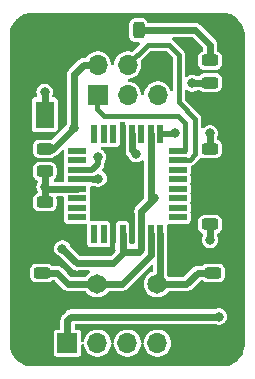
<source format=gbr>
G04 #@! TF.GenerationSoftware,KiCad,Pcbnew,7.0.6*
G04 #@! TF.CreationDate,2023-11-12T09:34:07+05:30*
G04 #@! TF.ProjectId,AVR-Miner,4156522d-4d69-46e6-9572-2e6b69636164,rev?*
G04 #@! TF.SameCoordinates,Original*
G04 #@! TF.FileFunction,Copper,L1,Top*
G04 #@! TF.FilePolarity,Positive*
%FSLAX46Y46*%
G04 Gerber Fmt 4.6, Leading zero omitted, Abs format (unit mm)*
G04 Created by KiCad (PCBNEW 7.0.6) date 2023-11-12 09:34:07*
%MOMM*%
%LPD*%
G01*
G04 APERTURE LIST*
G04 Aperture macros list*
%AMRoundRect*
0 Rectangle with rounded corners*
0 $1 Rounding radius*
0 $2 $3 $4 $5 $6 $7 $8 $9 X,Y pos of 4 corners*
0 Add a 4 corners polygon primitive as box body*
4,1,4,$2,$3,$4,$5,$6,$7,$8,$9,$2,$3,0*
0 Add four circle primitives for the rounded corners*
1,1,$1+$1,$2,$3*
1,1,$1+$1,$4,$5*
1,1,$1+$1,$6,$7*
1,1,$1+$1,$8,$9*
0 Add four rect primitives between the rounded corners*
20,1,$1+$1,$2,$3,$4,$5,0*
20,1,$1+$1,$4,$5,$6,$7,0*
20,1,$1+$1,$6,$7,$8,$9,0*
20,1,$1+$1,$8,$9,$2,$3,0*%
G04 Aperture macros list end*
G04 #@! TA.AperFunction,SMDPad,CuDef*
%ADD10RoundRect,0.243750X-0.456250X0.243750X-0.456250X-0.243750X0.456250X-0.243750X0.456250X0.243750X0*%
G04 #@! TD*
G04 #@! TA.AperFunction,SMDPad,CuDef*
%ADD11RoundRect,0.243750X0.456250X-0.243750X0.456250X0.243750X-0.456250X0.243750X-0.456250X-0.243750X0*%
G04 #@! TD*
G04 #@! TA.AperFunction,SMDPad,CuDef*
%ADD12RoundRect,0.243750X-0.243750X-0.456250X0.243750X-0.456250X0.243750X0.456250X-0.243750X0.456250X0*%
G04 #@! TD*
G04 #@! TA.AperFunction,ComponentPad*
%ADD13R,1.700000X1.700000*%
G04 #@! TD*
G04 #@! TA.AperFunction,ComponentPad*
%ADD14O,1.700000X1.700000*%
G04 #@! TD*
G04 #@! TA.AperFunction,SMDPad,CuDef*
%ADD15R,1.597660X2.298700*%
G04 #@! TD*
G04 #@! TA.AperFunction,SMDPad,CuDef*
%ADD16R,0.550000X1.600000*%
G04 #@! TD*
G04 #@! TA.AperFunction,SMDPad,CuDef*
%ADD17R,1.600000X0.550000*%
G04 #@! TD*
G04 #@! TA.AperFunction,ComponentPad*
%ADD18C,1.651000*%
G04 #@! TD*
G04 #@! TA.AperFunction,ViaPad*
%ADD19C,0.800000*%
G04 #@! TD*
G04 #@! TA.AperFunction,Conductor*
%ADD20C,0.600000*%
G04 #@! TD*
G04 #@! TA.AperFunction,Conductor*
%ADD21C,0.500000*%
G04 #@! TD*
G04 #@! TA.AperFunction,Conductor*
%ADD22C,0.400000*%
G04 #@! TD*
G04 APERTURE END LIST*
D10*
G04 #@! TO.P,C4,1*
G04 #@! TO.N,XTAL2*
X152250000Y-94062500D03*
G04 #@! TO.P,C4,2*
G04 #@! TO.N,GND*
X152250000Y-95937500D03*
G04 #@! TD*
D11*
G04 #@! TO.P,C1,1*
G04 #@! TO.N,GND*
X152000000Y-85437500D03*
G04 #@! TO.P,C1,2*
G04 #@! TO.N,Net-(C1-Pad2)*
X152000000Y-83562500D03*
G04 #@! TD*
G04 #@! TO.P,C3,1*
G04 #@! TO.N,GND*
X137750000Y-95937500D03*
G04 #@! TO.P,C3,2*
G04 #@! TO.N,XTAL1*
X137750000Y-94062500D03*
G04 #@! TD*
D10*
G04 #@! TO.P,C5,1*
G04 #@! TO.N,GND*
X152000000Y-88062500D03*
G04 #@! TO.P,C5,2*
G04 #@! TO.N,+5V*
X152000000Y-89937500D03*
G04 #@! TD*
D12*
G04 #@! TO.P,D1,1*
G04 #@! TO.N,GND*
X144072500Y-73500000D03*
G04 #@! TO.P,D1,2*
G04 #@! TO.N,Net-(D1-Pad2)*
X145947500Y-73500000D03*
G04 #@! TD*
D13*
G04 #@! TO.P,J2,1*
G04 #@! TO.N,MISO*
X142475000Y-79000000D03*
D14*
G04 #@! TO.P,J2,2*
G04 #@! TO.N,+5V*
X142475000Y-76460000D03*
G04 #@! TO.P,J2,3*
G04 #@! TO.N,LED*
X145015000Y-79000000D03*
G04 #@! TO.P,J2,4*
G04 #@! TO.N,MOSI*
X145015000Y-76460000D03*
G04 #@! TO.P,J2,5*
G04 #@! TO.N,RESET*
X147555000Y-79000000D03*
G04 #@! TO.P,J2,6*
G04 #@! TO.N,GND*
X147555000Y-76460000D03*
G04 #@! TD*
D11*
G04 #@! TO.P,R2,1*
G04 #@! TO.N,ON_BOARD_LED*
X152000000Y-77937500D03*
G04 #@! TO.P,R2,2*
G04 #@! TO.N,Net-(D1-Pad2)*
X152000000Y-76062500D03*
G04 #@! TD*
D15*
G04 #@! TO.P,SW1,1*
G04 #@! TO.N,RESET*
X138000000Y-80649600D03*
G04 #@! TO.P,SW1,2*
G04 #@! TO.N,GND*
X138000000Y-74350400D03*
G04 #@! TD*
D16*
G04 #@! TO.P,U1,1*
G04 #@! TO.N,Net-(U1-Pad1)*
X142190000Y-90780000D03*
G04 #@! TO.P,U1,2*
G04 #@! TO.N,Net-(U1-Pad2)*
X142990000Y-90780000D03*
G04 #@! TO.P,U1,3*
G04 #@! TO.N,GND*
X143790000Y-90780000D03*
G04 #@! TO.P,U1,4*
G04 #@! TO.N,+5V*
X144590000Y-90780000D03*
G04 #@! TO.P,U1,5*
G04 #@! TO.N,GND*
X145390000Y-90780000D03*
G04 #@! TO.P,U1,6*
G04 #@! TO.N,+5V*
X146190000Y-90780000D03*
G04 #@! TO.P,U1,7*
G04 #@! TO.N,XTAL1*
X146990000Y-90780000D03*
G04 #@! TO.P,U1,8*
G04 #@! TO.N,XTAL2*
X147790000Y-90780000D03*
D17*
G04 #@! TO.P,U1,9*
G04 #@! TO.N,Net-(U1-Pad9)*
X149240000Y-89330000D03*
G04 #@! TO.P,U1,10*
G04 #@! TO.N,Net-(U1-Pad10)*
X149240000Y-88530000D03*
G04 #@! TO.P,U1,11*
G04 #@! TO.N,Net-(U1-Pad11)*
X149240000Y-87730000D03*
G04 #@! TO.P,U1,12*
G04 #@! TO.N,Net-(U1-Pad12)*
X149240000Y-86930000D03*
G04 #@! TO.P,U1,13*
G04 #@! TO.N,Net-(U1-Pad13)*
X149240000Y-86130000D03*
G04 #@! TO.P,U1,14*
G04 #@! TO.N,Net-(U1-Pad14)*
X149240000Y-85330000D03*
G04 #@! TO.P,U1,15*
G04 #@! TO.N,MOSI*
X149240000Y-84530000D03*
G04 #@! TO.P,U1,16*
G04 #@! TO.N,MISO*
X149240000Y-83730000D03*
D16*
G04 #@! TO.P,U1,17*
G04 #@! TO.N,LED*
X147790000Y-82280000D03*
G04 #@! TO.P,U1,18*
G04 #@! TO.N,+5V*
X146990000Y-82280000D03*
G04 #@! TO.P,U1,19*
G04 #@! TO.N,Net-(U1-Pad19)*
X146190000Y-82280000D03*
G04 #@! TO.P,U1,20*
G04 #@! TO.N,Net-(C1-Pad2)*
X145390000Y-82280000D03*
G04 #@! TO.P,U1,21*
G04 #@! TO.N,GND*
X144590000Y-82280000D03*
G04 #@! TO.P,U1,22*
G04 #@! TO.N,Net-(U1-Pad22)*
X143790000Y-82280000D03*
G04 #@! TO.P,U1,23*
G04 #@! TO.N,Net-(U1-Pad23)*
X142990000Y-82280000D03*
G04 #@! TO.P,U1,24*
G04 #@! TO.N,Net-(U1-Pad24)*
X142190000Y-82280000D03*
D17*
G04 #@! TO.P,U1,25*
G04 #@! TO.N,Net-(U1-Pad25)*
X140740000Y-83730000D03*
G04 #@! TO.P,U1,26*
G04 #@! TO.N,Net-(U1-Pad26)*
X140740000Y-84530000D03*
G04 #@! TO.P,U1,27*
G04 #@! TO.N,SDA*
X140740000Y-85330000D03*
G04 #@! TO.P,U1,28*
G04 #@! TO.N,SCL*
X140740000Y-86130000D03*
G04 #@! TO.P,U1,29*
G04 #@! TO.N,RESET*
X140740000Y-86930000D03*
G04 #@! TO.P,U1,30*
G04 #@! TO.N,Net-(U1-Pad30)*
X140740000Y-87730000D03*
G04 #@! TO.P,U1,31*
G04 #@! TO.N,Net-(U1-Pad31)*
X140740000Y-88530000D03*
G04 #@! TO.P,U1,32*
G04 #@! TO.N,Net-(U1-Pad32)*
X140740000Y-89330000D03*
G04 #@! TD*
D18*
G04 #@! TO.P,Y1,1*
G04 #@! TO.N,XTAL1*
X142450000Y-95000000D03*
G04 #@! TO.P,Y1,2*
G04 #@! TO.N,XTAL2*
X147530000Y-95000000D03*
G04 #@! TD*
D10*
G04 #@! TO.P,R1,1*
G04 #@! TO.N,+5V*
X138000000Y-83562500D03*
G04 #@! TO.P,R1,2*
G04 #@! TO.N,RESET*
X138000000Y-85437500D03*
G04 #@! TD*
D11*
G04 #@! TO.P,C2,1*
G04 #@! TO.N,GND*
X138000000Y-89937500D03*
G04 #@! TO.P,C2,2*
G04 #@! TO.N,RESET*
X138000000Y-88062500D03*
G04 #@! TD*
D13*
G04 #@! TO.P,J1,1*
G04 #@! TO.N,EXT_LED*
X139925000Y-100000000D03*
D14*
G04 #@! TO.P,J1,2*
G04 #@! TO.N,+5V*
X142465000Y-100000000D03*
G04 #@! TO.P,J1,3*
G04 #@! TO.N,SDA*
X145005000Y-100000000D03*
G04 #@! TO.P,J1,4*
G04 #@! TO.N,SCL*
X147545000Y-100000000D03*
G04 #@! TO.P,J1,5*
G04 #@! TO.N,GND*
X150085000Y-100000000D03*
G04 #@! TD*
D19*
G04 #@! TO.N,Net-(C1-Pad2)*
X152000000Y-82250000D03*
X145750000Y-84000000D03*
G04 #@! TO.N,GND*
X142800000Y-88400000D03*
X144000000Y-84000000D03*
G04 #@! TO.N,RESET*
X138000000Y-78750000D03*
X138000000Y-86750000D03*
G04 #@! TO.N,+5V*
X147250000Y-87750000D03*
X152000000Y-91250000D03*
X140500000Y-81750000D03*
X139500000Y-92000000D03*
G04 #@! TO.N,SCL*
X142549406Y-86071961D03*
G04 #@! TO.N,SDA*
X142500000Y-84250000D03*
G04 #@! TO.N,LED*
X149000000Y-82250000D03*
G04 #@! TO.N,EXT_LED*
X152750000Y-97750000D03*
G04 #@! TO.N,ON_BOARD_LED*
X150500000Y-78000000D03*
G04 #@! TD*
D20*
G04 #@! TO.N,Net-(C1-Pad2)*
X152000000Y-83500000D02*
X152000000Y-82250000D01*
X145390000Y-83640000D02*
X145390000Y-82280000D01*
X145750000Y-84000000D02*
X145390000Y-83640000D01*
D21*
G04 #@! TO.N,GND*
X144590000Y-82280000D02*
X144590000Y-83910000D01*
X143790000Y-90780000D02*
X143790000Y-89040000D01*
X145390000Y-90780000D02*
X145390000Y-89110000D01*
D20*
X144000000Y-84000000D02*
X144500000Y-84000000D01*
D21*
X144590000Y-83910000D02*
X144500000Y-84000000D01*
D20*
G04 #@! TO.N,RESET*
X138000000Y-80649600D02*
X138000000Y-78750000D01*
X138180000Y-86930000D02*
X138000000Y-86750000D01*
X138000000Y-88062500D02*
X138000000Y-86750000D01*
X138000000Y-86000000D02*
X138000000Y-85437500D01*
X138000000Y-86000000D02*
X138000000Y-86750000D01*
X140740000Y-86930000D02*
X138180000Y-86930000D01*
G04 #@! TO.N,XTAL1*
X144500000Y-95000000D02*
X142450000Y-95000000D01*
X140000000Y-95000000D02*
X139062500Y-94062500D01*
X146990000Y-92510000D02*
X144500000Y-95000000D01*
X139062500Y-94062500D02*
X137500000Y-94062500D01*
X142450000Y-95000000D02*
X140000000Y-95000000D01*
X146990000Y-90780000D02*
X146990000Y-92510000D01*
G04 #@! TO.N,XTAL2*
X150937500Y-94062500D02*
X152500000Y-94062500D01*
X147530000Y-95000000D02*
X150000000Y-95000000D01*
X147530000Y-95000000D02*
X147790000Y-94740000D01*
X150000000Y-95000000D02*
X150937500Y-94062500D01*
X147790000Y-94740000D02*
X147790000Y-90780000D01*
G04 #@! TO.N,+5V*
X138687500Y-83562500D02*
X138000000Y-83562500D01*
X142465000Y-76460000D02*
X141290000Y-76460000D01*
X143810674Y-93250000D02*
X142000000Y-93250000D01*
X146990000Y-87010000D02*
X146990000Y-87490000D01*
X141500000Y-93250000D02*
X140750000Y-93250000D01*
X146190000Y-88810000D02*
X146875000Y-88125000D01*
X146990000Y-88010000D02*
X146875000Y-88125000D01*
X144590000Y-92090000D02*
X144590000Y-90780000D01*
X146990000Y-87010000D02*
X146990000Y-88010000D01*
X152000000Y-91250000D02*
X152000000Y-89937500D01*
X140500000Y-81750000D02*
X138687500Y-83562500D01*
X146875000Y-88125000D02*
X147250000Y-87750000D01*
X146190000Y-92060000D02*
X146000000Y-92250000D01*
X141290000Y-76460000D02*
X140500000Y-77250000D01*
X139500000Y-92000000D02*
X140750000Y-93250000D01*
X146000000Y-92250000D02*
X144750000Y-92250000D01*
X146990000Y-87490000D02*
X147250000Y-87750000D01*
X140500000Y-77250000D02*
X140500000Y-81750000D01*
X142000000Y-93250000D02*
X141500000Y-93250000D01*
X146990000Y-82280000D02*
X146990000Y-87010000D01*
X146190000Y-90780000D02*
X146190000Y-88810000D01*
X144750000Y-92250000D02*
X144590000Y-92090000D01*
X144750000Y-92310674D02*
X143810674Y-93250000D01*
X146190000Y-90780000D02*
X146190000Y-92060000D01*
X144750000Y-92250000D02*
X144750000Y-92310674D01*
G04 #@! TO.N,Net-(D1-Pad2)*
X152000000Y-74750000D02*
X152000000Y-76062500D01*
X145947500Y-73500000D02*
X150750000Y-73500000D01*
X150750000Y-73500000D02*
X152000000Y-74750000D01*
D21*
G04 #@! TO.N,SCL*
X140740000Y-86130000D02*
X142120000Y-86130000D01*
D20*
X142491367Y-86130000D02*
X142549406Y-86071961D01*
X142120000Y-86130000D02*
X142491367Y-86130000D01*
D21*
G04 #@! TO.N,SDA*
X142500000Y-84870000D02*
X142500000Y-84250000D01*
X140740000Y-85330000D02*
X142040000Y-85330000D01*
X142040000Y-85330000D02*
X142500000Y-84870000D01*
D22*
G04 #@! TO.N,MOSI*
X150750000Y-84015002D02*
X150750000Y-81000000D01*
X149310000Y-84500000D02*
X150265002Y-84500000D01*
X148500000Y-74750000D02*
X146715000Y-74750000D01*
X149240000Y-84530000D02*
X149280000Y-84530000D01*
X149280000Y-84530000D02*
X149310000Y-84500000D01*
X150265002Y-84500000D02*
X150750000Y-84015002D01*
X149375000Y-79625000D02*
X149375000Y-75625000D01*
X149375000Y-75625000D02*
X148500000Y-74750000D01*
X150750000Y-81000000D02*
X149375000Y-79625000D01*
X146715000Y-74750000D02*
X145005000Y-76460000D01*
D21*
G04 #@! TO.N,LED*
X148970000Y-82280000D02*
X149000000Y-82250000D01*
X147790000Y-82280000D02*
X148970000Y-82280000D01*
D22*
G04 #@! TO.N,MISO*
X143015000Y-80750000D02*
X149000000Y-80750000D01*
X149240000Y-83730000D02*
X149770000Y-83730000D01*
X142465000Y-80215000D02*
X142465000Y-79000000D01*
X149850001Y-83649999D02*
X149850001Y-81350001D01*
X143015000Y-80750000D02*
X143000000Y-80750000D01*
X149850001Y-81350001D02*
X149250000Y-80750000D01*
X149770000Y-83730000D02*
X149850001Y-83649999D01*
X149250000Y-80750000D02*
X143015000Y-80750000D01*
X143000000Y-80750000D02*
X142465000Y-80215000D01*
D20*
G04 #@! TO.N,EXT_LED*
X139925000Y-100000000D02*
X139925000Y-98075000D01*
X140250000Y-97750000D02*
X152750000Y-97750000D01*
X139925000Y-98075000D02*
X140250000Y-97750000D01*
G04 #@! TO.N,ON_BOARD_LED*
X151937500Y-78000000D02*
X152000000Y-77937500D01*
X150500000Y-78000000D02*
X151937500Y-78000000D01*
G04 #@! TD*
G04 #@! TA.AperFunction,Conductor*
G04 #@! TO.N,GND*
G36*
X148308617Y-75270502D02*
G01*
X148329591Y-75287405D01*
X148837595Y-75795409D01*
X148871621Y-75857721D01*
X148874500Y-75884504D01*
X148874499Y-78533490D01*
X148854497Y-78601611D01*
X148800841Y-78648104D01*
X148730567Y-78658207D01*
X148665987Y-78628714D01*
X148636648Y-78587005D01*
X148635001Y-78587826D01*
X148632406Y-78582614D01*
X148632405Y-78582611D01*
X148537366Y-78391745D01*
X148408872Y-78221593D01*
X148351473Y-78169266D01*
X148251300Y-78077946D01*
X148251298Y-78077945D01*
X148070025Y-77965705D01*
X148070021Y-77965703D01*
X148070019Y-77965702D01*
X147948222Y-77918517D01*
X147871199Y-77888679D01*
X147818801Y-77878884D01*
X147661610Y-77849500D01*
X147448390Y-77849500D01*
X147322637Y-77873007D01*
X147238800Y-77888679D01*
X147084754Y-77948356D01*
X147039981Y-77965702D01*
X147039980Y-77965702D01*
X147039979Y-77965703D01*
X147039974Y-77965705D01*
X146858701Y-78077945D01*
X146858699Y-78077946D01*
X146701129Y-78221591D01*
X146633369Y-78311320D01*
X146572634Y-78391745D01*
X146485201Y-78567335D01*
X146477593Y-78582615D01*
X146419244Y-78787688D01*
X146419243Y-78787690D01*
X146419244Y-78787690D01*
X146410462Y-78882461D01*
X146384261Y-78948444D01*
X146326544Y-78989788D01*
X146255638Y-78993365D01*
X146194053Y-78958039D01*
X146161344Y-78895026D01*
X146159538Y-78882470D01*
X146150756Y-78787690D01*
X146092405Y-78582611D01*
X145997366Y-78391745D01*
X145868872Y-78221593D01*
X145811473Y-78169266D01*
X145711300Y-78077946D01*
X145711298Y-78077945D01*
X145530025Y-77965705D01*
X145530021Y-77965703D01*
X145530019Y-77965702D01*
X145331198Y-77888679D01*
X145144902Y-77853854D01*
X145081618Y-77821676D01*
X145045776Y-77760391D01*
X145048757Y-77689457D01*
X145089615Y-77631395D01*
X145144901Y-77606145D01*
X145331198Y-77571321D01*
X145530019Y-77494298D01*
X145711302Y-77382052D01*
X145868872Y-77238407D01*
X145997366Y-77068255D01*
X146092405Y-76877389D01*
X146150756Y-76672310D01*
X146170429Y-76460000D01*
X146150756Y-76247690D01*
X146121040Y-76143251D01*
X146121636Y-76072262D01*
X146153133Y-76019679D01*
X146885409Y-75287404D01*
X146947722Y-75253379D01*
X146974505Y-75250500D01*
X148240496Y-75250500D01*
X148308617Y-75270502D01*
G37*
G04 #@! TD.AperFunction*
G04 #@! TA.AperFunction,Conductor*
G36*
X153002058Y-72025634D02*
G01*
X153253604Y-72042122D01*
X153261759Y-72043194D01*
X153506989Y-72091973D01*
X153514943Y-72094104D01*
X153751698Y-72174473D01*
X153759308Y-72177624D01*
X153983558Y-72288212D01*
X153990676Y-72292322D01*
X154198563Y-72431228D01*
X154205101Y-72436245D01*
X154289205Y-72510002D01*
X154393074Y-72601092D01*
X154398907Y-72606925D01*
X154563753Y-72794896D01*
X154568773Y-72801438D01*
X154707674Y-73009318D01*
X154711789Y-73016446D01*
X154822371Y-73240683D01*
X154825528Y-73248305D01*
X154905892Y-73485047D01*
X154908027Y-73493016D01*
X154956802Y-73738222D01*
X154957878Y-73746401D01*
X154974365Y-73997937D01*
X154974500Y-74002058D01*
X154974500Y-99997940D01*
X154974365Y-100002061D01*
X154957878Y-100253598D01*
X154956802Y-100261777D01*
X154908027Y-100506983D01*
X154905892Y-100514952D01*
X154825528Y-100751694D01*
X154822371Y-100759316D01*
X154812956Y-100778408D01*
X154743136Y-100919991D01*
X154711796Y-100983542D01*
X154707671Y-100990686D01*
X154568774Y-101198559D01*
X154563753Y-101205103D01*
X154398907Y-101393074D01*
X154393074Y-101398907D01*
X154205103Y-101563753D01*
X154198559Y-101568774D01*
X153990686Y-101707671D01*
X153983546Y-101711793D01*
X153871429Y-101767083D01*
X153759316Y-101822371D01*
X153751694Y-101825528D01*
X153514952Y-101905892D01*
X153506983Y-101908027D01*
X153321223Y-101944977D01*
X153261774Y-101956802D01*
X153253598Y-101957878D01*
X153043176Y-101971670D01*
X153002058Y-101974365D01*
X152997940Y-101974500D01*
X137002060Y-101974500D01*
X136997941Y-101974365D01*
X136950819Y-101971276D01*
X136746401Y-101957878D01*
X136738227Y-101956802D01*
X136615619Y-101932414D01*
X136493016Y-101908027D01*
X136485047Y-101905892D01*
X136248305Y-101825528D01*
X136240683Y-101822371D01*
X136016446Y-101711789D01*
X136009318Y-101707674D01*
X135801438Y-101568773D01*
X135794896Y-101563753D01*
X135606925Y-101398907D01*
X135601092Y-101393074D01*
X135436246Y-101205103D01*
X135431225Y-101198559D01*
X135399113Y-101150500D01*
X135292322Y-100990676D01*
X135288212Y-100983558D01*
X135244470Y-100894859D01*
X138774500Y-100894859D01*
X138774501Y-100894866D01*
X138777414Y-100919990D01*
X138777416Y-100919994D01*
X138822793Y-101022765D01*
X138902232Y-101102204D01*
X138902234Y-101102205D01*
X138902235Y-101102206D01*
X139005009Y-101147585D01*
X139030135Y-101150500D01*
X140819864Y-101150499D01*
X140844991Y-101147585D01*
X140947765Y-101102206D01*
X141027206Y-101022765D01*
X141072585Y-100919991D01*
X141075500Y-100894865D01*
X141075499Y-100199306D01*
X141095501Y-100131188D01*
X141149157Y-100084695D01*
X141219430Y-100074591D01*
X141284011Y-100104084D01*
X141322395Y-100163811D01*
X141326961Y-100187681D01*
X141329243Y-100212307D01*
X141387593Y-100417384D01*
X141387594Y-100417386D01*
X141387595Y-100417389D01*
X141482634Y-100608255D01*
X141590955Y-100751694D01*
X141611129Y-100778408D01*
X141768699Y-100922053D01*
X141768701Y-100922054D01*
X141949974Y-101034294D01*
X141949975Y-101034294D01*
X141949981Y-101034298D01*
X142148802Y-101111321D01*
X142358390Y-101150500D01*
X142358393Y-101150500D01*
X142571607Y-101150500D01*
X142571610Y-101150500D01*
X142781198Y-101111321D01*
X142980019Y-101034298D01*
X143161302Y-100922052D01*
X143318872Y-100778407D01*
X143447366Y-100608255D01*
X143542405Y-100417389D01*
X143600756Y-100212310D01*
X143609537Y-100117538D01*
X143635739Y-100051555D01*
X143693456Y-100010211D01*
X143764362Y-100006634D01*
X143825946Y-100041960D01*
X143858656Y-100104973D01*
X143860461Y-100117529D01*
X143861873Y-100132758D01*
X143869244Y-100212311D01*
X143927593Y-100417384D01*
X143927594Y-100417386D01*
X143927595Y-100417389D01*
X144022634Y-100608255D01*
X144130955Y-100751694D01*
X144151129Y-100778408D01*
X144308699Y-100922053D01*
X144308701Y-100922054D01*
X144489974Y-101034294D01*
X144489975Y-101034294D01*
X144489981Y-101034298D01*
X144688802Y-101111321D01*
X144898390Y-101150500D01*
X144898393Y-101150500D01*
X145111607Y-101150500D01*
X145111610Y-101150500D01*
X145321198Y-101111321D01*
X145520019Y-101034298D01*
X145701302Y-100922052D01*
X145858872Y-100778407D01*
X145987366Y-100608255D01*
X146082405Y-100417389D01*
X146140756Y-100212310D01*
X146149537Y-100117536D01*
X146175738Y-100051556D01*
X146233454Y-100010211D01*
X146304360Y-100006634D01*
X146365945Y-100041959D01*
X146398654Y-100104971D01*
X146400461Y-100117538D01*
X146409243Y-100212306D01*
X146467593Y-100417384D01*
X146467594Y-100417386D01*
X146467595Y-100417389D01*
X146562634Y-100608255D01*
X146670955Y-100751694D01*
X146691129Y-100778408D01*
X146848699Y-100922053D01*
X146848701Y-100922054D01*
X147029974Y-101034294D01*
X147029975Y-101034294D01*
X147029981Y-101034298D01*
X147228802Y-101111321D01*
X147438390Y-101150500D01*
X147438393Y-101150500D01*
X147651607Y-101150500D01*
X147651610Y-101150500D01*
X147861198Y-101111321D01*
X148060019Y-101034298D01*
X148241302Y-100922052D01*
X148398872Y-100778407D01*
X148527366Y-100608255D01*
X148622405Y-100417389D01*
X148680756Y-100212310D01*
X148700429Y-100000000D01*
X148680756Y-99787690D01*
X148622405Y-99582611D01*
X148527366Y-99391745D01*
X148398872Y-99221593D01*
X148271123Y-99105133D01*
X148241300Y-99077946D01*
X148241298Y-99077945D01*
X148060025Y-98965705D01*
X148060021Y-98965703D01*
X148060019Y-98965702D01*
X147938221Y-98918517D01*
X147861199Y-98888679D01*
X147808801Y-98878884D01*
X147651610Y-98849500D01*
X147438390Y-98849500D01*
X147312637Y-98873007D01*
X147228800Y-98888679D01*
X147074753Y-98948356D01*
X147029981Y-98965702D01*
X147029980Y-98965702D01*
X147029979Y-98965703D01*
X147029974Y-98965705D01*
X146848701Y-99077945D01*
X146848699Y-99077946D01*
X146691129Y-99221591D01*
X146604293Y-99336580D01*
X146562634Y-99391745D01*
X146469130Y-99579526D01*
X146467593Y-99582615D01*
X146409243Y-99787693D01*
X146400461Y-99882461D01*
X146374259Y-99948445D01*
X146316542Y-99989789D01*
X146245635Y-99993365D01*
X146184052Y-99958038D01*
X146151343Y-99895025D01*
X146149539Y-99882484D01*
X146140756Y-99787690D01*
X146082405Y-99582611D01*
X145987366Y-99391745D01*
X145858872Y-99221593D01*
X145731123Y-99105133D01*
X145701300Y-99077946D01*
X145701298Y-99077945D01*
X145520025Y-98965705D01*
X145520021Y-98965703D01*
X145520019Y-98965702D01*
X145398221Y-98918517D01*
X145321199Y-98888679D01*
X145268801Y-98878884D01*
X145111610Y-98849500D01*
X144898390Y-98849500D01*
X144772637Y-98873007D01*
X144688800Y-98888679D01*
X144534753Y-98948356D01*
X144489981Y-98965702D01*
X144489980Y-98965702D01*
X144489979Y-98965703D01*
X144489974Y-98965705D01*
X144308701Y-99077945D01*
X144308699Y-99077946D01*
X144151129Y-99221591D01*
X144064293Y-99336580D01*
X144022634Y-99391745D01*
X143929130Y-99579526D01*
X143927593Y-99582615D01*
X143869244Y-99787688D01*
X143869243Y-99787690D01*
X143869244Y-99787690D01*
X143860462Y-99882461D01*
X143834261Y-99948444D01*
X143776544Y-99989788D01*
X143705638Y-99993365D01*
X143644053Y-99958039D01*
X143611344Y-99895026D01*
X143609538Y-99882470D01*
X143600756Y-99787690D01*
X143542405Y-99582611D01*
X143447366Y-99391745D01*
X143318872Y-99221593D01*
X143191123Y-99105133D01*
X143161300Y-99077946D01*
X143161298Y-99077945D01*
X142980025Y-98965705D01*
X142980021Y-98965703D01*
X142980019Y-98965702D01*
X142858221Y-98918517D01*
X142781199Y-98888679D01*
X142728801Y-98878884D01*
X142571610Y-98849500D01*
X142358390Y-98849500D01*
X142232637Y-98873007D01*
X142148800Y-98888679D01*
X141994753Y-98948356D01*
X141949981Y-98965702D01*
X141949980Y-98965702D01*
X141949979Y-98965703D01*
X141949974Y-98965705D01*
X141768701Y-99077945D01*
X141768699Y-99077946D01*
X141611129Y-99221591D01*
X141524293Y-99336580D01*
X141482634Y-99391745D01*
X141389130Y-99579526D01*
X141387593Y-99582615D01*
X141329243Y-99787693D01*
X141326961Y-99812320D01*
X141300759Y-99878305D01*
X141243041Y-99919648D01*
X141172135Y-99923224D01*
X141110551Y-99887897D01*
X141077843Y-99824884D01*
X141075499Y-99800693D01*
X141075499Y-99105140D01*
X141075499Y-99105136D01*
X141072585Y-99080009D01*
X141027206Y-98977235D01*
X141027206Y-98977234D01*
X140947767Y-98897795D01*
X140947765Y-98897794D01*
X140844989Y-98852414D01*
X140844990Y-98852414D01*
X140819870Y-98849500D01*
X140819865Y-98849500D01*
X140651500Y-98849500D01*
X140583379Y-98829498D01*
X140536886Y-98775842D01*
X140525500Y-98723500D01*
X140525500Y-98476500D01*
X140545502Y-98408379D01*
X140599158Y-98361886D01*
X140651500Y-98350500D01*
X152355752Y-98350500D01*
X152414307Y-98364933D01*
X152470586Y-98394470D01*
X152499775Y-98409790D01*
X152499776Y-98409790D01*
X152499778Y-98409791D01*
X152656461Y-98448409D01*
X152664944Y-98450500D01*
X152664947Y-98450500D01*
X152835053Y-98450500D01*
X152835056Y-98450500D01*
X153000225Y-98409790D01*
X153150852Y-98330734D01*
X153278183Y-98217929D01*
X153374818Y-98077930D01*
X153435140Y-97918872D01*
X153452954Y-97772160D01*
X153455645Y-97750002D01*
X153455645Y-97749997D01*
X153435140Y-97581128D01*
X153374820Y-97422074D01*
X153374818Y-97422070D01*
X153278183Y-97282071D01*
X153278181Y-97282069D01*
X153150857Y-97169270D01*
X153150851Y-97169265D01*
X153000225Y-97090210D01*
X153000221Y-97090208D01*
X152835059Y-97049500D01*
X152835056Y-97049500D01*
X152664944Y-97049500D01*
X152664940Y-97049500D01*
X152499778Y-97090208D01*
X152499770Y-97090212D01*
X152414307Y-97135067D01*
X152355752Y-97149500D01*
X140293494Y-97149500D01*
X140285262Y-97148960D01*
X140250001Y-97144318D01*
X140250000Y-97144318D01*
X140210639Y-97149500D01*
X140093239Y-97164955D01*
X139947160Y-97225463D01*
X139947152Y-97225468D01*
X139821719Y-97321717D01*
X139821716Y-97321720D01*
X139800063Y-97349938D01*
X139794625Y-97356139D01*
X139531139Y-97619625D01*
X139524938Y-97625063D01*
X139496718Y-97646717D01*
X139472550Y-97678215D01*
X139400465Y-97772157D01*
X139400463Y-97772160D01*
X139339955Y-97918239D01*
X139319318Y-98074999D01*
X139319318Y-98075000D01*
X139323960Y-98110262D01*
X139324500Y-98118494D01*
X139324500Y-98723500D01*
X139304498Y-98791621D01*
X139250842Y-98838114D01*
X139198501Y-98849500D01*
X139030139Y-98849500D01*
X139030133Y-98849501D01*
X139005010Y-98852414D01*
X139005005Y-98852416D01*
X138902234Y-98897793D01*
X138822795Y-98977232D01*
X138822794Y-98977234D01*
X138777414Y-99080009D01*
X138774500Y-99105129D01*
X138774500Y-100894859D01*
X135244470Y-100894859D01*
X135177624Y-100759308D01*
X135174471Y-100751694D01*
X135140790Y-100652473D01*
X135094104Y-100514943D01*
X135091972Y-100506983D01*
X135043194Y-100261759D01*
X135042122Y-100253604D01*
X135025634Y-100002058D01*
X135025500Y-99997940D01*
X135025500Y-94348862D01*
X136749500Y-94348862D01*
X136760002Y-94436320D01*
X136814889Y-94575500D01*
X136905288Y-94694711D01*
X136995687Y-94763262D01*
X137024500Y-94785111D01*
X137163679Y-94839997D01*
X137251140Y-94850500D01*
X137251143Y-94850500D01*
X138248857Y-94850500D01*
X138248860Y-94850500D01*
X138336321Y-94839997D01*
X138475500Y-94785111D01*
X138594711Y-94694711D01*
X138594710Y-94694711D01*
X138601579Y-94689503D01*
X138603625Y-94692201D01*
X138651830Y-94665879D01*
X138678613Y-94663000D01*
X138761575Y-94663000D01*
X138829696Y-94683002D01*
X138850669Y-94699904D01*
X139544625Y-95393860D01*
X139550058Y-95400055D01*
X139571718Y-95428283D01*
X139635746Y-95477412D01*
X139697159Y-95524536D01*
X139843238Y-95585044D01*
X140000000Y-95605682D01*
X140000001Y-95605682D01*
X140035262Y-95601040D01*
X140043494Y-95600500D01*
X141429739Y-95600500D01*
X141497860Y-95620502D01*
X141530289Y-95650568D01*
X141614309Y-95761830D01*
X141768526Y-95902417D01*
X141768527Y-95902418D01*
X141945938Y-96012267D01*
X141945945Y-96012270D01*
X141945948Y-96012272D01*
X142140535Y-96087656D01*
X142345661Y-96126000D01*
X142345663Y-96126000D01*
X142554337Y-96126000D01*
X142554339Y-96126000D01*
X142759465Y-96087656D01*
X142954052Y-96012272D01*
X142954057Y-96012268D01*
X142954061Y-96012267D01*
X143131472Y-95902418D01*
X143131471Y-95902418D01*
X143131474Y-95902417D01*
X143285689Y-95761831D01*
X143369711Y-95650567D01*
X143426724Y-95608261D01*
X143470261Y-95600500D01*
X144456506Y-95600500D01*
X144464738Y-95601040D01*
X144499999Y-95605682D01*
X144500000Y-95605682D01*
X144656762Y-95585044D01*
X144802841Y-95524536D01*
X144864254Y-95477412D01*
X144928282Y-95428282D01*
X144949940Y-95400054D01*
X144955361Y-95393872D01*
X146974406Y-93374827D01*
X147036717Y-93340803D01*
X147107533Y-93345868D01*
X147164368Y-93388415D01*
X147189179Y-93454935D01*
X147189500Y-93463924D01*
X147189500Y-93838055D01*
X147169498Y-93906176D01*
X147115842Y-93952669D01*
X147109017Y-93955546D01*
X147025953Y-93987725D01*
X147025938Y-93987732D01*
X146848527Y-94097581D01*
X146848526Y-94097582D01*
X146694309Y-94238169D01*
X146568555Y-94404696D01*
X146475535Y-94591504D01*
X146418430Y-94792208D01*
X146399176Y-94999999D01*
X146418430Y-95207791D01*
X146475535Y-95408495D01*
X146475538Y-95408501D01*
X146568554Y-95595302D01*
X146572887Y-95601040D01*
X146694309Y-95761830D01*
X146848526Y-95902417D01*
X146848527Y-95902418D01*
X147025938Y-96012267D01*
X147025945Y-96012270D01*
X147025948Y-96012272D01*
X147220535Y-96087656D01*
X147425661Y-96126000D01*
X147425663Y-96126000D01*
X147634337Y-96126000D01*
X147634339Y-96126000D01*
X147839465Y-96087656D01*
X148034052Y-96012272D01*
X148034057Y-96012268D01*
X148034061Y-96012267D01*
X148211472Y-95902418D01*
X148211471Y-95902418D01*
X148211474Y-95902417D01*
X148365689Y-95761831D01*
X148449711Y-95650567D01*
X148506724Y-95608261D01*
X148550261Y-95600500D01*
X149956506Y-95600500D01*
X149964738Y-95601040D01*
X149999999Y-95605682D01*
X150000000Y-95605682D01*
X150156762Y-95585044D01*
X150302841Y-95524536D01*
X150364254Y-95477412D01*
X150428282Y-95428282D01*
X150449943Y-95400051D01*
X150455365Y-95393868D01*
X151149330Y-94699904D01*
X151211643Y-94665879D01*
X151238426Y-94663000D01*
X151321387Y-94663000D01*
X151389508Y-94683002D01*
X151398099Y-94689926D01*
X151398421Y-94689503D01*
X151405289Y-94694711D01*
X151524500Y-94785111D01*
X151663679Y-94839997D01*
X151751140Y-94850500D01*
X151751143Y-94850500D01*
X152748857Y-94850500D01*
X152748860Y-94850500D01*
X152836321Y-94839997D01*
X152975500Y-94785111D01*
X153094711Y-94694711D01*
X153185111Y-94575500D01*
X153239997Y-94436321D01*
X153250500Y-94348860D01*
X153250500Y-93776140D01*
X153239997Y-93688679D01*
X153185111Y-93549500D01*
X153130478Y-93477455D01*
X153094711Y-93430288D01*
X152975500Y-93339889D01*
X152836320Y-93285002D01*
X152748862Y-93274500D01*
X152748860Y-93274500D01*
X151751140Y-93274500D01*
X151751137Y-93274500D01*
X151663679Y-93285002D01*
X151524499Y-93339889D01*
X151398421Y-93435497D01*
X151396374Y-93432798D01*
X151348170Y-93459121D01*
X151321387Y-93462000D01*
X150980994Y-93462000D01*
X150972762Y-93461460D01*
X150937501Y-93456818D01*
X150937500Y-93456818D01*
X150898139Y-93462000D01*
X150780739Y-93477455D01*
X150634660Y-93537963D01*
X150634652Y-93537968D01*
X150509219Y-93634217D01*
X150509216Y-93634220D01*
X150487566Y-93662434D01*
X150482128Y-93668635D01*
X149788170Y-94362595D01*
X149725857Y-94396620D01*
X149699074Y-94399500D01*
X148550261Y-94399500D01*
X148482140Y-94379498D01*
X148449711Y-94349432D01*
X148415950Y-94304725D01*
X148390860Y-94238309D01*
X148390500Y-94228793D01*
X148390500Y-90740646D01*
X148390500Y-90740645D01*
X148390500Y-90740639D01*
X148375044Y-90623238D01*
X148375041Y-90623231D01*
X148372906Y-90615259D01*
X148373451Y-90615112D01*
X148365499Y-90575131D01*
X148365499Y-90223862D01*
X150999500Y-90223862D01*
X151010002Y-90311320D01*
X151064889Y-90450500D01*
X151155288Y-90569711D01*
X151274500Y-90660111D01*
X151319724Y-90677945D01*
X151375757Y-90721543D01*
X151399325Y-90788514D01*
X151399500Y-90795160D01*
X151399500Y-90847576D01*
X151379498Y-90915697D01*
X151377196Y-90919151D01*
X151375185Y-90922063D01*
X151375179Y-90922075D01*
X151314859Y-91081128D01*
X151294355Y-91249997D01*
X151294355Y-91250002D01*
X151314859Y-91418871D01*
X151375179Y-91577925D01*
X151375181Y-91577929D01*
X151440167Y-91672076D01*
X151471817Y-91717929D01*
X151599148Y-91830734D01*
X151749775Y-91909790D01*
X151749776Y-91909790D01*
X151749778Y-91909791D01*
X151906461Y-91948409D01*
X151914944Y-91950500D01*
X151914947Y-91950500D01*
X152085053Y-91950500D01*
X152085056Y-91950500D01*
X152250225Y-91909790D01*
X152400852Y-91830734D01*
X152528183Y-91717929D01*
X152624818Y-91577930D01*
X152685140Y-91418872D01*
X152705645Y-91250000D01*
X152685140Y-91081128D01*
X152624818Y-90922070D01*
X152624816Y-90922067D01*
X152624814Y-90922063D01*
X152622804Y-90919151D01*
X152621989Y-90916681D01*
X152621277Y-90915324D01*
X152621502Y-90915205D01*
X152600568Y-90851727D01*
X152600500Y-90847576D01*
X152600500Y-90795160D01*
X152620502Y-90727039D01*
X152674158Y-90680546D01*
X152680276Y-90677945D01*
X152725500Y-90660111D01*
X152844711Y-90569711D01*
X152935111Y-90450500D01*
X152989997Y-90311321D01*
X153000500Y-90223860D01*
X153000500Y-89651140D01*
X152989997Y-89563679D01*
X152935111Y-89424500D01*
X152913262Y-89395688D01*
X152844711Y-89305288D01*
X152725500Y-89214889D01*
X152586320Y-89160002D01*
X152498862Y-89149500D01*
X152498860Y-89149500D01*
X151501140Y-89149500D01*
X151501137Y-89149500D01*
X151413679Y-89160002D01*
X151274499Y-89214889D01*
X151155288Y-89305288D01*
X151064889Y-89424499D01*
X151010002Y-89563679D01*
X150999500Y-89651137D01*
X150999500Y-90223862D01*
X148365499Y-90223862D01*
X148365499Y-90031499D01*
X148385501Y-89963378D01*
X148439157Y-89916885D01*
X148491494Y-89905499D01*
X150084864Y-89905499D01*
X150109991Y-89902585D01*
X150212765Y-89857206D01*
X150292206Y-89777765D01*
X150337585Y-89674991D01*
X150340500Y-89649865D01*
X150340499Y-89010136D01*
X150337585Y-88985009D01*
X150335768Y-88980893D01*
X150335120Y-88975951D01*
X150335096Y-88975860D01*
X150335108Y-88975856D01*
X150326550Y-88910497D01*
X150335767Y-88879106D01*
X150337585Y-88874991D01*
X150340500Y-88849865D01*
X150340499Y-88210136D01*
X150337585Y-88185009D01*
X150335768Y-88180893D01*
X150335120Y-88175951D01*
X150335096Y-88175860D01*
X150335108Y-88175856D01*
X150326550Y-88110497D01*
X150335767Y-88079106D01*
X150337585Y-88074991D01*
X150340500Y-88049865D01*
X150340499Y-87410136D01*
X150337585Y-87385009D01*
X150335768Y-87380893D01*
X150335120Y-87375951D01*
X150335096Y-87375860D01*
X150335108Y-87375856D01*
X150326550Y-87310497D01*
X150335767Y-87279106D01*
X150337585Y-87274991D01*
X150340500Y-87249865D01*
X150340499Y-86610136D01*
X150337585Y-86585009D01*
X150336916Y-86583495D01*
X150335768Y-86580893D01*
X150335120Y-86575951D01*
X150335096Y-86575860D01*
X150335108Y-86575856D01*
X150326550Y-86510497D01*
X150335767Y-86479106D01*
X150337585Y-86474991D01*
X150340500Y-86449865D01*
X150340499Y-85810136D01*
X150337585Y-85785009D01*
X150335768Y-85780893D01*
X150335120Y-85775951D01*
X150335096Y-85775860D01*
X150335108Y-85775856D01*
X150326550Y-85710497D01*
X150335767Y-85679106D01*
X150337585Y-85674991D01*
X150340500Y-85649865D01*
X150340499Y-85096718D01*
X150360501Y-85028598D01*
X150414152Y-84982107D01*
X150454622Y-84963625D01*
X150458741Y-84961918D01*
X150507333Y-84943796D01*
X150511019Y-84941036D01*
X150534185Y-84927289D01*
X150538375Y-84925377D01*
X150577549Y-84891432D01*
X150581047Y-84888613D01*
X150593595Y-84879221D01*
X150604688Y-84868126D01*
X150607953Y-84865086D01*
X150647145Y-84831128D01*
X150649633Y-84827256D01*
X150666536Y-84806278D01*
X151056278Y-84416536D01*
X151077256Y-84399633D01*
X151081128Y-84397145D01*
X151115086Y-84357953D01*
X151118126Y-84354688D01*
X151129221Y-84343595D01*
X151138615Y-84331044D01*
X151141429Y-84327553D01*
X151143026Y-84325708D01*
X151144290Y-84324250D01*
X151204014Y-84285865D01*
X151275010Y-84285861D01*
X151285728Y-84289539D01*
X151413679Y-84339997D01*
X151501140Y-84350500D01*
X151501143Y-84350500D01*
X152498857Y-84350500D01*
X152498860Y-84350500D01*
X152586321Y-84339997D01*
X152725500Y-84285111D01*
X152844711Y-84194711D01*
X152935111Y-84075500D01*
X152989997Y-83936321D01*
X153000500Y-83848860D01*
X153000500Y-83276140D01*
X152989997Y-83188679D01*
X152935111Y-83049500D01*
X152905588Y-83010568D01*
X152844711Y-82930288D01*
X152749499Y-82858088D01*
X152725500Y-82839889D01*
X152725498Y-82839888D01*
X152725497Y-82839887D01*
X152680274Y-82822053D01*
X152624242Y-82778454D01*
X152600675Y-82711483D01*
X152600500Y-82704839D01*
X152600500Y-82652423D01*
X152620502Y-82584302D01*
X152622806Y-82580845D01*
X152623131Y-82580373D01*
X152624818Y-82577930D01*
X152685140Y-82418872D01*
X152705645Y-82250000D01*
X152704508Y-82240639D01*
X152685140Y-82081128D01*
X152624820Y-81922074D01*
X152624818Y-81922070D01*
X152528183Y-81782071D01*
X152528181Y-81782069D01*
X152400857Y-81669270D01*
X152400851Y-81669265D01*
X152250225Y-81590210D01*
X152250221Y-81590208D01*
X152085059Y-81549500D01*
X152085056Y-81549500D01*
X151914944Y-81549500D01*
X151914940Y-81549500D01*
X151749778Y-81590208D01*
X151749774Y-81590210D01*
X151599148Y-81669265D01*
X151599142Y-81669270D01*
X151471817Y-81782070D01*
X151470805Y-81783213D01*
X151469855Y-81783808D01*
X151466112Y-81787125D01*
X151465560Y-81786502D01*
X151410658Y-81820933D01*
X151339665Y-81820147D01*
X151280368Y-81781104D01*
X151251592Y-81716201D01*
X151250500Y-81699651D01*
X151250500Y-81067357D01*
X151253379Y-81040576D01*
X151254359Y-81036073D01*
X151252214Y-81006084D01*
X151250661Y-80984363D01*
X151250500Y-80979867D01*
X151250500Y-80964201D01*
X151250500Y-80964200D01*
X151248264Y-80948657D01*
X151247788Y-80944216D01*
X151244091Y-80892520D01*
X151244091Y-80892517D01*
X151242481Y-80888202D01*
X151235821Y-80862107D01*
X151235165Y-80857543D01*
X151213624Y-80810376D01*
X151211910Y-80806237D01*
X151193798Y-80757672D01*
X151193796Y-80757669D01*
X151191031Y-80753975D01*
X151177289Y-80730814D01*
X151175377Y-80726627D01*
X151141435Y-80687456D01*
X151138620Y-80683963D01*
X151129221Y-80671407D01*
X151118131Y-80660317D01*
X151115078Y-80657038D01*
X151081127Y-80617856D01*
X151077246Y-80615362D01*
X151056275Y-80598461D01*
X149912405Y-79454591D01*
X149878379Y-79392279D01*
X149875500Y-79365496D01*
X149875500Y-78662559D01*
X149895502Y-78594438D01*
X149949158Y-78547945D01*
X150019432Y-78537841D01*
X150084012Y-78567335D01*
X150084985Y-78568186D01*
X150099148Y-78580734D01*
X150249775Y-78659790D01*
X150249776Y-78659790D01*
X150249778Y-78659791D01*
X150406461Y-78698409D01*
X150414944Y-78700500D01*
X150414947Y-78700500D01*
X150585053Y-78700500D01*
X150585056Y-78700500D01*
X150750225Y-78659790D01*
X150809435Y-78628714D01*
X150835693Y-78614933D01*
X150894248Y-78600500D01*
X151153519Y-78600500D01*
X151221640Y-78620502D01*
X151229653Y-78626103D01*
X151258666Y-78648104D01*
X151274500Y-78660111D01*
X151413679Y-78714997D01*
X151501140Y-78725500D01*
X151501143Y-78725500D01*
X152498857Y-78725500D01*
X152498860Y-78725500D01*
X152586321Y-78714997D01*
X152725500Y-78660111D01*
X152844711Y-78569711D01*
X152935111Y-78450500D01*
X152989997Y-78311321D01*
X153000500Y-78223860D01*
X153000500Y-77651140D01*
X152989997Y-77563679D01*
X152935111Y-77424500D01*
X152871194Y-77340212D01*
X152844711Y-77305288D01*
X152725500Y-77214889D01*
X152586320Y-77160002D01*
X152498862Y-77149500D01*
X152498860Y-77149500D01*
X151501140Y-77149500D01*
X151501137Y-77149500D01*
X151413679Y-77160002D01*
X151274499Y-77214889D01*
X151155288Y-77305288D01*
X151121662Y-77349633D01*
X151064563Y-77391827D01*
X151021264Y-77399500D01*
X150894248Y-77399500D01*
X150835693Y-77385067D01*
X150750229Y-77340212D01*
X150750221Y-77340208D01*
X150585059Y-77299500D01*
X150585056Y-77299500D01*
X150414944Y-77299500D01*
X150414940Y-77299500D01*
X150249778Y-77340208D01*
X150249774Y-77340210D01*
X150099148Y-77419265D01*
X150099142Y-77419270D01*
X150085052Y-77431753D01*
X150020799Y-77461953D01*
X149950419Y-77452621D01*
X149896256Y-77406720D01*
X149875508Y-77338823D01*
X149875500Y-77337440D01*
X149875500Y-75692357D01*
X149878379Y-75665576D01*
X149879359Y-75661073D01*
X149877214Y-75631084D01*
X149875661Y-75609363D01*
X149875500Y-75604867D01*
X149875500Y-75589201D01*
X149875500Y-75589200D01*
X149873264Y-75573657D01*
X149872788Y-75569216D01*
X149869091Y-75517520D01*
X149869091Y-75517517D01*
X149867481Y-75513202D01*
X149860821Y-75487107D01*
X149860165Y-75482543D01*
X149838624Y-75435376D01*
X149836910Y-75431237D01*
X149836556Y-75430289D01*
X149831193Y-75415909D01*
X149818798Y-75382672D01*
X149818796Y-75382669D01*
X149816031Y-75378975D01*
X149802289Y-75355814D01*
X149800377Y-75351627D01*
X149766435Y-75312456D01*
X149763620Y-75308963D01*
X149754221Y-75296407D01*
X149743131Y-75285317D01*
X149740078Y-75282038D01*
X149736972Y-75278454D01*
X149706128Y-75242857D01*
X149706127Y-75242856D01*
X149702246Y-75240362D01*
X149681275Y-75223461D01*
X148901537Y-74443723D01*
X148884635Y-74422751D01*
X148882143Y-74418872D01*
X148842959Y-74384919D01*
X148839679Y-74381865D01*
X148828593Y-74370779D01*
X148816036Y-74361379D01*
X148812544Y-74358564D01*
X148770028Y-74321725D01*
X148731644Y-74261999D01*
X148731644Y-74191002D01*
X148770027Y-74131276D01*
X148834608Y-74101783D01*
X148852540Y-74100500D01*
X150449075Y-74100500D01*
X150517196Y-74120502D01*
X150538164Y-74137399D01*
X151362597Y-74961832D01*
X151396620Y-75024141D01*
X151399500Y-75050924D01*
X151399500Y-75204839D01*
X151379498Y-75272960D01*
X151325842Y-75319453D01*
X151319726Y-75322053D01*
X151274502Y-75339887D01*
X151274501Y-75339888D01*
X151155288Y-75430288D01*
X151064889Y-75549499D01*
X151010002Y-75688679D01*
X150999500Y-75776137D01*
X150999500Y-76348862D01*
X151010002Y-76436320D01*
X151064889Y-76575500D01*
X151155288Y-76694711D01*
X151245688Y-76763262D01*
X151274500Y-76785111D01*
X151413679Y-76839997D01*
X151501140Y-76850500D01*
X151501143Y-76850500D01*
X152498857Y-76850500D01*
X152498860Y-76850500D01*
X152586321Y-76839997D01*
X152725500Y-76785111D01*
X152844711Y-76694711D01*
X152935111Y-76575500D01*
X152989997Y-76436321D01*
X153000500Y-76348860D01*
X153000500Y-75776140D01*
X152989997Y-75688679D01*
X152935111Y-75549500D01*
X152887788Y-75487095D01*
X152844711Y-75430288D01*
X152740979Y-75351627D01*
X152725500Y-75339889D01*
X152725498Y-75339888D01*
X152725497Y-75339887D01*
X152680274Y-75322053D01*
X152624242Y-75278454D01*
X152600675Y-75211483D01*
X152600500Y-75204839D01*
X152600500Y-74793494D01*
X152601040Y-74785262D01*
X152605682Y-74750000D01*
X152605682Y-74749999D01*
X152585044Y-74593239D01*
X152577140Y-74574158D01*
X152524536Y-74447159D01*
X152502831Y-74418872D01*
X152458721Y-74361387D01*
X152428283Y-74321719D01*
X152422241Y-74317083D01*
X152408064Y-74306204D01*
X152400055Y-74300058D01*
X152393861Y-74294626D01*
X151205367Y-73106132D01*
X151199940Y-73099944D01*
X151178282Y-73071718D01*
X151178280Y-73071717D01*
X151178280Y-73071716D01*
X151052842Y-72975465D01*
X151052841Y-72975464D01*
X150906762Y-72914956D01*
X150906760Y-72914955D01*
X150789361Y-72899500D01*
X150750000Y-72894318D01*
X150749999Y-72894318D01*
X150714738Y-72898960D01*
X150706506Y-72899500D01*
X146805160Y-72899500D01*
X146737039Y-72879498D01*
X146690546Y-72825842D01*
X146687945Y-72819724D01*
X146670111Y-72774500D01*
X146579711Y-72655288D01*
X146460500Y-72564889D01*
X146321320Y-72510002D01*
X146233862Y-72499500D01*
X146233860Y-72499500D01*
X145661140Y-72499500D01*
X145661137Y-72499500D01*
X145573679Y-72510002D01*
X145434499Y-72564889D01*
X145315288Y-72655288D01*
X145224889Y-72774499D01*
X145170002Y-72913679D01*
X145159500Y-73001137D01*
X145159500Y-73998862D01*
X145170002Y-74086320D01*
X145224889Y-74225500D01*
X145315288Y-74344711D01*
X145405687Y-74413262D01*
X145434500Y-74435111D01*
X145573679Y-74489997D01*
X145661140Y-74500500D01*
X145661143Y-74500500D01*
X145952495Y-74500500D01*
X146020616Y-74520502D01*
X146067109Y-74574158D01*
X146077213Y-74644432D01*
X146047719Y-74709012D01*
X146041603Y-74715581D01*
X145733044Y-75024141D01*
X145443293Y-75313892D01*
X145380981Y-75347917D01*
X145331047Y-75348650D01*
X145121610Y-75309500D01*
X144908390Y-75309500D01*
X144782637Y-75333007D01*
X144698800Y-75348679D01*
X144544754Y-75408356D01*
X144499981Y-75425702D01*
X144499980Y-75425702D01*
X144499979Y-75425703D01*
X144499974Y-75425705D01*
X144318701Y-75537945D01*
X144318699Y-75537946D01*
X144161129Y-75681591D01*
X144152999Y-75692357D01*
X144032634Y-75851745D01*
X143949015Y-76019677D01*
X143937593Y-76042615D01*
X143879244Y-76247688D01*
X143879244Y-76247689D01*
X143879244Y-76247690D01*
X143870462Y-76342461D01*
X143844261Y-76408444D01*
X143786544Y-76449788D01*
X143715638Y-76453365D01*
X143654053Y-76418039D01*
X143621344Y-76355026D01*
X143619538Y-76342470D01*
X143610756Y-76247690D01*
X143552405Y-76042611D01*
X143457366Y-75851745D01*
X143328872Y-75681593D01*
X143325822Y-75678812D01*
X143171300Y-75537946D01*
X143171298Y-75537945D01*
X142990025Y-75425705D01*
X142990021Y-75425703D01*
X142990019Y-75425702D01*
X142868222Y-75378517D01*
X142791199Y-75348679D01*
X142738801Y-75338884D01*
X142581610Y-75309500D01*
X142368390Y-75309500D01*
X142242637Y-75333007D01*
X142158800Y-75348679D01*
X142004754Y-75408356D01*
X141959981Y-75425702D01*
X141959980Y-75425702D01*
X141959979Y-75425703D01*
X141959974Y-75425705D01*
X141778701Y-75537945D01*
X141778699Y-75537946D01*
X141621129Y-75681591D01*
X141524587Y-75809433D01*
X141467572Y-75851740D01*
X141424037Y-75859500D01*
X141333494Y-75859500D01*
X141325262Y-75858960D01*
X141290001Y-75854318D01*
X141290000Y-75854318D01*
X141250639Y-75859500D01*
X141133239Y-75874955D01*
X140987160Y-75935463D01*
X140987152Y-75935468D01*
X140861719Y-76031717D01*
X140861716Y-76031720D01*
X140840063Y-76059938D01*
X140834625Y-76066139D01*
X140106139Y-76794625D01*
X140099938Y-76800063D01*
X140071718Y-76821717D01*
X140020642Y-76888282D01*
X139975465Y-76947157D01*
X139975463Y-76947160D01*
X139914955Y-77093239D01*
X139894318Y-77249999D01*
X139894318Y-77250000D01*
X139898960Y-77285262D01*
X139899500Y-77293494D01*
X139899500Y-81347576D01*
X139879498Y-81415697D01*
X139877196Y-81419151D01*
X139875185Y-81422063D01*
X139875179Y-81422075D01*
X139821532Y-81563533D01*
X139792815Y-81607948D01*
X138655913Y-82744850D01*
X138593601Y-82778876D01*
X138551797Y-82780856D01*
X138498867Y-82774500D01*
X138498860Y-82774500D01*
X137501140Y-82774500D01*
X137501137Y-82774500D01*
X137413679Y-82785002D01*
X137274499Y-82839889D01*
X137155288Y-82930288D01*
X137064889Y-83049499D01*
X137010002Y-83188679D01*
X136999500Y-83276137D01*
X136999500Y-83848862D01*
X137010002Y-83936320D01*
X137064889Y-84075500D01*
X137155288Y-84194711D01*
X137237869Y-84257333D01*
X137274500Y-84285111D01*
X137413679Y-84339997D01*
X137501140Y-84350500D01*
X137501143Y-84350500D01*
X138498857Y-84350500D01*
X138498860Y-84350500D01*
X138586321Y-84339997D01*
X138725500Y-84285111D01*
X138844711Y-84194711D01*
X138876432Y-84152878D01*
X138928609Y-84112605D01*
X138990341Y-84087036D01*
X139030521Y-84056205D01*
X139115782Y-83990782D01*
X139137440Y-83962554D01*
X139142861Y-83956372D01*
X139424407Y-83674826D01*
X139486717Y-83640802D01*
X139557532Y-83645867D01*
X139614368Y-83688414D01*
X139639179Y-83754934D01*
X139639500Y-83763923D01*
X139639500Y-84049859D01*
X139639501Y-84049866D01*
X139642414Y-84074988D01*
X139642418Y-84075000D01*
X139644234Y-84079114D01*
X139644880Y-84084051D01*
X139644904Y-84084139D01*
X139644892Y-84084142D01*
X139653447Y-84149510D01*
X139644236Y-84180882D01*
X139642416Y-84185003D01*
X139642414Y-84185010D01*
X139639500Y-84210129D01*
X139639500Y-84849859D01*
X139639501Y-84849866D01*
X139642414Y-84874988D01*
X139642418Y-84875000D01*
X139644234Y-84879114D01*
X139644880Y-84884051D01*
X139644904Y-84884139D01*
X139644892Y-84884142D01*
X139653447Y-84949510D01*
X139644236Y-84980882D01*
X139642416Y-84985003D01*
X139642414Y-84985010D01*
X139639500Y-85010129D01*
X139639500Y-85649859D01*
X139639501Y-85649866D01*
X139642414Y-85674988D01*
X139642418Y-85675000D01*
X139644234Y-85679114D01*
X139644880Y-85684051D01*
X139644904Y-85684139D01*
X139644892Y-85684142D01*
X139653447Y-85749510D01*
X139644236Y-85780882D01*
X139642416Y-85785003D01*
X139642414Y-85785010D01*
X139639500Y-85810130D01*
X139639500Y-85810133D01*
X139639500Y-85810135D01*
X139639500Y-86069711D01*
X139639501Y-86203500D01*
X139619499Y-86271620D01*
X139565844Y-86318113D01*
X139513501Y-86329500D01*
X138876811Y-86329500D01*
X138808690Y-86309498D01*
X138762197Y-86255842D01*
X138752093Y-86185568D01*
X138781587Y-86120988D01*
X138800678Y-86103102D01*
X138844711Y-86069711D01*
X138844710Y-86069710D01*
X138935111Y-85950500D01*
X138989997Y-85811321D01*
X139000500Y-85723860D01*
X139000500Y-85151140D01*
X138989997Y-85063679D01*
X138935111Y-84924500D01*
X138904507Y-84884142D01*
X138844711Y-84805288D01*
X138725500Y-84714889D01*
X138586320Y-84660002D01*
X138498862Y-84649500D01*
X138498860Y-84649500D01*
X137501140Y-84649500D01*
X137501137Y-84649500D01*
X137413679Y-84660002D01*
X137274499Y-84714889D01*
X137155288Y-84805288D01*
X137064889Y-84924499D01*
X137010002Y-85063679D01*
X136999500Y-85151137D01*
X136999500Y-85723862D01*
X137010002Y-85811320D01*
X137064889Y-85950500D01*
X137155288Y-86069711D01*
X137274500Y-86160111D01*
X137319724Y-86177945D01*
X137375757Y-86221543D01*
X137399325Y-86288514D01*
X137399500Y-86295160D01*
X137399500Y-86347576D01*
X137379498Y-86415697D01*
X137377196Y-86419151D01*
X137375185Y-86422063D01*
X137375179Y-86422075D01*
X137314859Y-86581128D01*
X137294355Y-86749997D01*
X137294355Y-86750002D01*
X137314859Y-86918871D01*
X137375183Y-87077932D01*
X137377194Y-87080845D01*
X137378009Y-87083317D01*
X137378725Y-87084681D01*
X137378498Y-87084799D01*
X137399432Y-87148269D01*
X137399500Y-87152423D01*
X137399500Y-87204839D01*
X137379498Y-87272960D01*
X137325842Y-87319453D01*
X137319726Y-87322053D01*
X137274502Y-87339887D01*
X137274501Y-87339888D01*
X137155288Y-87430288D01*
X137064889Y-87549499D01*
X137010002Y-87688679D01*
X136999500Y-87776137D01*
X136999500Y-88348862D01*
X137010002Y-88436320D01*
X137064889Y-88575500D01*
X137155288Y-88694711D01*
X137245687Y-88763262D01*
X137274500Y-88785111D01*
X137413679Y-88839997D01*
X137501140Y-88850500D01*
X137501143Y-88850500D01*
X138498857Y-88850500D01*
X138498860Y-88850500D01*
X138586321Y-88839997D01*
X138725500Y-88785111D01*
X138844711Y-88694711D01*
X138935111Y-88575500D01*
X138989997Y-88436321D01*
X139000500Y-88348860D01*
X139000500Y-87776140D01*
X138989997Y-87688679D01*
X138989997Y-87688678D01*
X138989668Y-87687377D01*
X138989709Y-87686283D01*
X138989034Y-87680658D01*
X138989927Y-87680550D01*
X138992367Y-87616432D01*
X139032993Y-87558208D01*
X139098648Y-87531191D01*
X139111826Y-87530500D01*
X139513500Y-87530500D01*
X139581621Y-87550502D01*
X139628114Y-87604158D01*
X139639500Y-87656500D01*
X139639500Y-88049859D01*
X139639501Y-88049866D01*
X139642414Y-88074988D01*
X139642418Y-88075000D01*
X139644234Y-88079114D01*
X139644880Y-88084051D01*
X139644904Y-88084139D01*
X139644892Y-88084142D01*
X139653447Y-88149510D01*
X139644236Y-88180882D01*
X139642416Y-88185003D01*
X139642414Y-88185010D01*
X139639500Y-88210129D01*
X139639500Y-88849859D01*
X139639501Y-88849866D01*
X139642414Y-88874988D01*
X139642418Y-88875000D01*
X139644234Y-88879114D01*
X139644880Y-88884051D01*
X139644904Y-88884139D01*
X139644892Y-88884142D01*
X139653447Y-88949510D01*
X139644236Y-88980882D01*
X139642416Y-88985003D01*
X139642414Y-88985010D01*
X139639500Y-89010129D01*
X139639500Y-89649859D01*
X139639501Y-89649866D01*
X139642414Y-89674990D01*
X139642416Y-89674994D01*
X139687793Y-89777765D01*
X139767232Y-89857204D01*
X139767234Y-89857205D01*
X139767235Y-89857206D01*
X139870009Y-89902585D01*
X139895135Y-89905500D01*
X141488500Y-89905499D01*
X141556621Y-89925501D01*
X141603114Y-89979157D01*
X141614500Y-90031499D01*
X141614500Y-91624859D01*
X141614501Y-91624866D01*
X141617414Y-91649990D01*
X141617416Y-91649994D01*
X141662793Y-91752765D01*
X141742232Y-91832204D01*
X141742234Y-91832205D01*
X141742235Y-91832206D01*
X141845009Y-91877585D01*
X141870135Y-91880500D01*
X142509864Y-91880499D01*
X142534991Y-91877585D01*
X142539100Y-91875770D01*
X142544040Y-91875123D01*
X142544136Y-91875097D01*
X142544139Y-91875110D01*
X142609490Y-91866548D01*
X142640889Y-91875766D01*
X142645009Y-91877585D01*
X142670135Y-91880500D01*
X143309864Y-91880499D01*
X143334991Y-91877585D01*
X143437765Y-91832206D01*
X143517206Y-91752765D01*
X143562585Y-91649991D01*
X143565500Y-91624865D01*
X143565499Y-89935136D01*
X143562585Y-89910009D01*
X143539270Y-89857205D01*
X143517206Y-89807234D01*
X143437767Y-89727795D01*
X143437765Y-89727794D01*
X143334989Y-89682414D01*
X143334990Y-89682414D01*
X143309868Y-89679500D01*
X142670140Y-89679500D01*
X142670133Y-89679501D01*
X142645009Y-89682415D01*
X142645007Y-89682415D01*
X142640886Y-89684235D01*
X142635939Y-89684882D01*
X142635864Y-89684903D01*
X142635861Y-89684892D01*
X142570490Y-89693449D01*
X142539105Y-89684231D01*
X142537136Y-89683362D01*
X142534992Y-89682415D01*
X142534987Y-89682414D01*
X142509870Y-89679500D01*
X141966499Y-89679500D01*
X141898378Y-89659498D01*
X141851885Y-89605842D01*
X141840499Y-89553503D01*
X141840499Y-89010136D01*
X141837585Y-88985009D01*
X141835768Y-88980893D01*
X141835120Y-88975951D01*
X141835096Y-88975860D01*
X141835108Y-88975856D01*
X141826550Y-88910497D01*
X141835767Y-88879106D01*
X141837585Y-88874991D01*
X141840500Y-88849865D01*
X141840499Y-88210136D01*
X141837585Y-88185009D01*
X141835768Y-88180893D01*
X141835120Y-88175951D01*
X141835096Y-88175860D01*
X141835108Y-88175856D01*
X141826550Y-88110497D01*
X141835767Y-88079106D01*
X141837585Y-88074991D01*
X141840500Y-88049865D01*
X141840499Y-87410136D01*
X141837585Y-87385009D01*
X141835768Y-87380893D01*
X141835120Y-87375951D01*
X141835096Y-87375860D01*
X141835108Y-87375856D01*
X141826550Y-87310497D01*
X141835767Y-87279106D01*
X141837585Y-87274991D01*
X141840500Y-87249865D01*
X141840499Y-86842559D01*
X141860501Y-86774440D01*
X141914156Y-86727946D01*
X141982943Y-86717638D01*
X142080639Y-86730500D01*
X142278808Y-86730500D01*
X142308955Y-86734160D01*
X142464350Y-86772461D01*
X142464353Y-86772461D01*
X142634459Y-86772461D01*
X142634462Y-86772461D01*
X142799631Y-86731751D01*
X142950258Y-86652695D01*
X143077589Y-86539890D01*
X143174224Y-86399891D01*
X143234546Y-86240833D01*
X143255051Y-86071961D01*
X143234546Y-85903089D01*
X143234546Y-85903088D01*
X143174226Y-85744035D01*
X143174224Y-85744031D01*
X143077589Y-85604032D01*
X143077587Y-85604030D01*
X142950263Y-85491231D01*
X142950259Y-85491228D01*
X142950258Y-85491227D01*
X142909753Y-85469968D01*
X142858733Y-85420600D01*
X142842501Y-85351484D01*
X142866213Y-85284564D01*
X142879233Y-85269289D01*
X142880927Y-85267595D01*
X142882616Y-85265908D01*
X142931043Y-85220681D01*
X142954015Y-85182903D01*
X142957650Y-85177563D01*
X142984361Y-85142342D01*
X142990880Y-85125809D01*
X143000437Y-85106566D01*
X143009672Y-85091382D01*
X143021603Y-85048795D01*
X143023649Y-85042710D01*
X143039876Y-85001564D01*
X143041694Y-84983879D01*
X143045704Y-84962779D01*
X143050500Y-84945665D01*
X143050500Y-84901452D01*
X143050831Y-84895004D01*
X143055352Y-84851029D01*
X143052332Y-84833511D01*
X143050500Y-84812104D01*
X143050500Y-84724861D01*
X143070502Y-84656740D01*
X143072804Y-84653285D01*
X143087287Y-84632301D01*
X143124818Y-84577930D01*
X143185140Y-84418872D01*
X143196023Y-84329244D01*
X143205645Y-84250002D01*
X143205645Y-84249997D01*
X143185140Y-84081128D01*
X143124820Y-83922074D01*
X143124818Y-83922070D01*
X143028183Y-83782071D01*
X143028181Y-83782069D01*
X142900857Y-83669270D01*
X142900851Y-83669265D01*
X142803300Y-83618066D01*
X142752278Y-83568697D01*
X142736046Y-83499581D01*
X142759758Y-83432661D01*
X142815885Y-83389184D01*
X142861852Y-83380499D01*
X143309864Y-83380499D01*
X143334991Y-83377585D01*
X143339104Y-83375768D01*
X143344045Y-83375121D01*
X143344140Y-83375096D01*
X143344143Y-83375108D01*
X143409498Y-83366550D01*
X143440896Y-83375769D01*
X143445006Y-83377584D01*
X143445007Y-83377584D01*
X143445009Y-83377585D01*
X143470135Y-83380500D01*
X144109864Y-83380499D01*
X144134991Y-83377585D01*
X144237765Y-83332206D01*
X144317206Y-83252765D01*
X144362585Y-83149991D01*
X144365500Y-83124865D01*
X144365499Y-81435136D01*
X144362585Y-81410009D01*
X144362584Y-81410007D01*
X144362468Y-81409580D01*
X144362477Y-81409085D01*
X144361493Y-81400593D01*
X144362649Y-81400458D01*
X144363884Y-81338597D01*
X144403451Y-81279649D01*
X144468608Y-81251450D01*
X144484048Y-81250500D01*
X144695952Y-81250500D01*
X144764073Y-81270502D01*
X144810566Y-81324158D01*
X144820670Y-81394432D01*
X144817532Y-81409581D01*
X144817414Y-81410013D01*
X144814500Y-81435129D01*
X144814500Y-82075133D01*
X144806548Y-82115112D01*
X144807094Y-82115259D01*
X144804956Y-82123239D01*
X144789500Y-82240636D01*
X144789500Y-83596505D01*
X144788960Y-83604737D01*
X144784318Y-83639999D01*
X144784318Y-83640000D01*
X144789500Y-83679361D01*
X144804955Y-83796760D01*
X144826537Y-83848862D01*
X144865464Y-83942841D01*
X144878080Y-83959283D01*
X144947581Y-84049859D01*
X144961718Y-84068282D01*
X144989944Y-84089940D01*
X144996132Y-84095367D01*
X145026437Y-84125672D01*
X145042815Y-84142050D01*
X145071532Y-84186466D01*
X145125178Y-84327923D01*
X145125181Y-84327929D01*
X145221816Y-84467928D01*
X145221818Y-84467930D01*
X145242754Y-84486478D01*
X145349148Y-84580734D01*
X145499775Y-84659790D01*
X145499776Y-84659790D01*
X145499778Y-84659791D01*
X145604479Y-84685597D01*
X145664944Y-84700500D01*
X145664947Y-84700500D01*
X145835053Y-84700500D01*
X145835056Y-84700500D01*
X146000225Y-84659790D01*
X146150852Y-84580734D01*
X146179947Y-84554957D01*
X146244198Y-84524757D01*
X146314579Y-84534088D01*
X146368742Y-84579988D01*
X146389492Y-84647884D01*
X146389500Y-84649270D01*
X146389500Y-87446505D01*
X146388960Y-87454737D01*
X146384318Y-87489999D01*
X146384318Y-87490000D01*
X146388960Y-87525262D01*
X146389500Y-87533494D01*
X146389500Y-87709073D01*
X146369498Y-87777194D01*
X146352595Y-87798169D01*
X145796135Y-88354628D01*
X145789934Y-88360066D01*
X145761718Y-88381717D01*
X145656847Y-88518385D01*
X145654220Y-88534302D01*
X145604956Y-88653237D01*
X145584318Y-88809999D01*
X145584318Y-88810000D01*
X145588960Y-88845262D01*
X145589500Y-88853494D01*
X145589500Y-91523500D01*
X145569498Y-91591621D01*
X145515842Y-91638114D01*
X145463500Y-91649500D01*
X145316500Y-91649500D01*
X145248379Y-91629498D01*
X145201886Y-91575842D01*
X145190500Y-91523500D01*
X145190500Y-90740645D01*
X145190500Y-90740639D01*
X145175044Y-90623238D01*
X145175041Y-90623231D01*
X145172906Y-90615259D01*
X145173451Y-90615112D01*
X145165499Y-90575131D01*
X145165499Y-89935140D01*
X145165499Y-89935136D01*
X145162585Y-89910009D01*
X145139270Y-89857205D01*
X145117206Y-89807234D01*
X145037767Y-89727795D01*
X145037765Y-89727794D01*
X144934989Y-89682414D01*
X144934990Y-89682414D01*
X144909868Y-89679500D01*
X144270140Y-89679500D01*
X144270133Y-89679501D01*
X144245009Y-89682414D01*
X144245005Y-89682416D01*
X144142234Y-89727793D01*
X144062795Y-89807232D01*
X144062794Y-89807234D01*
X144017414Y-89910009D01*
X144014500Y-89935129D01*
X144014500Y-90575133D01*
X144006548Y-90615112D01*
X144007094Y-90615259D01*
X144004956Y-90623239D01*
X143989500Y-90740636D01*
X143989500Y-92046505D01*
X143988960Y-92054737D01*
X143984318Y-92089999D01*
X143984318Y-92090000D01*
X143989500Y-92129362D01*
X143992160Y-92149567D01*
X143981218Y-92219715D01*
X143956333Y-92255104D01*
X143598844Y-92612595D01*
X143536532Y-92646620D01*
X143509748Y-92649500D01*
X141050925Y-92649500D01*
X140982804Y-92629498D01*
X140961830Y-92612595D01*
X140207185Y-91857950D01*
X140178468Y-91813534D01*
X140124821Y-91672076D01*
X140124818Y-91672070D01*
X140028183Y-91532071D01*
X140028181Y-91532069D01*
X139900857Y-91419270D01*
X139900851Y-91419265D01*
X139750225Y-91340210D01*
X139750221Y-91340208D01*
X139585059Y-91299500D01*
X139585056Y-91299500D01*
X139414944Y-91299500D01*
X139414940Y-91299500D01*
X139249778Y-91340208D01*
X139249774Y-91340210D01*
X139099148Y-91419265D01*
X139099142Y-91419270D01*
X138971818Y-91532069D01*
X138971816Y-91532071D01*
X138875181Y-91672070D01*
X138875179Y-91672074D01*
X138814859Y-91831128D01*
X138794355Y-91999997D01*
X138794355Y-92000002D01*
X138814859Y-92168871D01*
X138875179Y-92327925D01*
X138875181Y-92327929D01*
X138875182Y-92327930D01*
X138971817Y-92467929D01*
X139099148Y-92580734D01*
X139249775Y-92659790D01*
X139296330Y-92671264D01*
X139355273Y-92704508D01*
X140294625Y-93643860D01*
X140300058Y-93650055D01*
X140309557Y-93662434D01*
X140321716Y-93678280D01*
X140321719Y-93678283D01*
X140427770Y-93759659D01*
X140447152Y-93774531D01*
X140447159Y-93774536D01*
X140593238Y-93835044D01*
X140750000Y-93855682D01*
X140750001Y-93855682D01*
X140785262Y-93851040D01*
X140793494Y-93850500D01*
X141460639Y-93850500D01*
X141724734Y-93850500D01*
X141792855Y-93870502D01*
X141839348Y-93924158D01*
X141849452Y-93994432D01*
X141819958Y-94059012D01*
X141791065Y-94083627D01*
X141768525Y-94097583D01*
X141614309Y-94238169D01*
X141530289Y-94349432D01*
X141473276Y-94391739D01*
X141429739Y-94399500D01*
X140300925Y-94399500D01*
X140232804Y-94379498D01*
X140211830Y-94362595D01*
X139879994Y-94030759D01*
X139517867Y-93668632D01*
X139512440Y-93662444D01*
X139490782Y-93634218D01*
X139490780Y-93634217D01*
X139490780Y-93634216D01*
X139365342Y-93537965D01*
X139365341Y-93537964D01*
X139219262Y-93477456D01*
X139219260Y-93477455D01*
X139101861Y-93462000D01*
X139062500Y-93456818D01*
X139062499Y-93456818D01*
X139027238Y-93461460D01*
X139019006Y-93462000D01*
X138678613Y-93462000D01*
X138610492Y-93441998D01*
X138601900Y-93435073D01*
X138601579Y-93435497D01*
X138475500Y-93339889D01*
X138336320Y-93285002D01*
X138248862Y-93274500D01*
X138248860Y-93274500D01*
X137251140Y-93274500D01*
X137251137Y-93274500D01*
X137163679Y-93285002D01*
X137024499Y-93339889D01*
X136905288Y-93430288D01*
X136814889Y-93549499D01*
X136760002Y-93688679D01*
X136749500Y-93776137D01*
X136749500Y-94348862D01*
X135025500Y-94348862D01*
X135025500Y-81843809D01*
X136900670Y-81843809D01*
X136900671Y-81843816D01*
X136903584Y-81868940D01*
X136903586Y-81868944D01*
X136948963Y-81971715D01*
X137028402Y-82051154D01*
X137028404Y-82051155D01*
X137028405Y-82051156D01*
X137131179Y-82096535D01*
X137156305Y-82099450D01*
X138843694Y-82099449D01*
X138868821Y-82096535D01*
X138971595Y-82051156D01*
X139051036Y-81971715D01*
X139096415Y-81868941D01*
X139099330Y-81843815D01*
X139099329Y-79455386D01*
X139096415Y-79430259D01*
X139079645Y-79392279D01*
X139051036Y-79327484D01*
X138971597Y-79248045D01*
X138971595Y-79248044D01*
X138868819Y-79202664D01*
X138868820Y-79202664D01*
X138843700Y-79199750D01*
X138843695Y-79199750D01*
X138761160Y-79199750D01*
X138693039Y-79179748D01*
X138646546Y-79126092D01*
X138636442Y-79055818D01*
X138643348Y-79029070D01*
X138673925Y-78948444D01*
X138685140Y-78918872D01*
X138705645Y-78750000D01*
X138699634Y-78700499D01*
X138685140Y-78581128D01*
X138624820Y-78422074D01*
X138624818Y-78422070D01*
X138528183Y-78282071D01*
X138528181Y-78282069D01*
X138400857Y-78169270D01*
X138400851Y-78169265D01*
X138250225Y-78090210D01*
X138250221Y-78090208D01*
X138085059Y-78049500D01*
X138085056Y-78049500D01*
X137914944Y-78049500D01*
X137914940Y-78049500D01*
X137749778Y-78090208D01*
X137749774Y-78090210D01*
X137599148Y-78169265D01*
X137599142Y-78169270D01*
X137471818Y-78282069D01*
X137471816Y-78282071D01*
X137375181Y-78422070D01*
X137375179Y-78422074D01*
X137314859Y-78581128D01*
X137294355Y-78749997D01*
X137294355Y-78750002D01*
X137314859Y-78918871D01*
X137356652Y-79029070D01*
X137362106Y-79099857D01*
X137328423Y-79162355D01*
X137266299Y-79196722D01*
X137238841Y-79199750D01*
X137156309Y-79199750D01*
X137156303Y-79199751D01*
X137131180Y-79202664D01*
X137131175Y-79202666D01*
X137028404Y-79248043D01*
X136948965Y-79327482D01*
X136948964Y-79327484D01*
X136903584Y-79430259D01*
X136900670Y-79455379D01*
X136900670Y-81843809D01*
X135025500Y-81843809D01*
X135025500Y-74002058D01*
X135025635Y-73997937D01*
X135034201Y-73867242D01*
X135042122Y-73746393D01*
X135043194Y-73738242D01*
X135091974Y-73493007D01*
X135094103Y-73485060D01*
X135174474Y-73248295D01*
X135177622Y-73240696D01*
X135288216Y-73016434D01*
X135292318Y-73009329D01*
X135431233Y-72801428D01*
X135436238Y-72794905D01*
X135601102Y-72606914D01*
X135606914Y-72601102D01*
X135794905Y-72436238D01*
X135801428Y-72431233D01*
X136009329Y-72292318D01*
X136016434Y-72288216D01*
X136240696Y-72177622D01*
X136248295Y-72174474D01*
X136485060Y-72094103D01*
X136493007Y-72091974D01*
X136738242Y-72043194D01*
X136746393Y-72042122D01*
X136997941Y-72025634D01*
X137002060Y-72025500D01*
X137008285Y-72025500D01*
X152991715Y-72025500D01*
X152997940Y-72025500D01*
X153002058Y-72025634D01*
G37*
G04 #@! TD.AperFunction*
G04 #@! TD*
M02*

</source>
